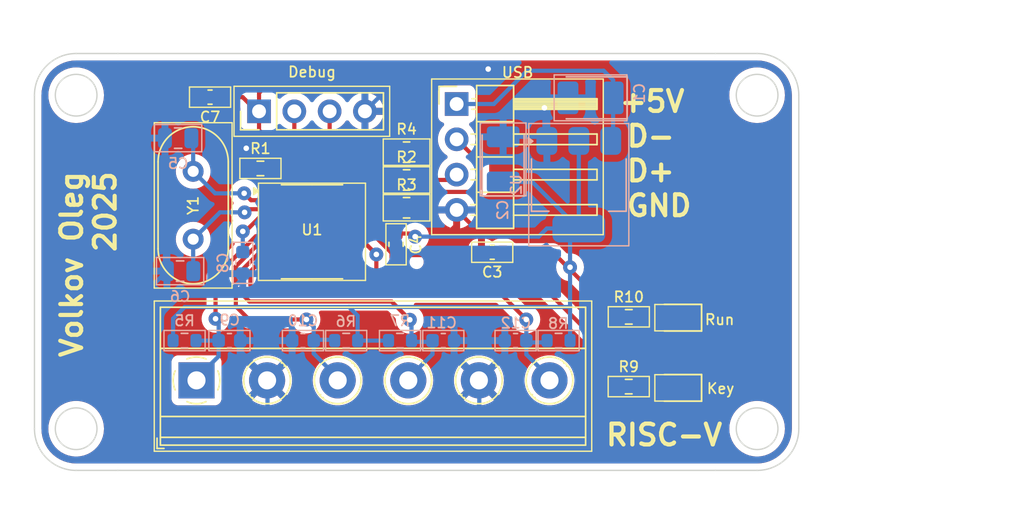
<source format=kicad_pcb>
(kicad_pcb (version 20240108) (generator "pcbnew") (generator_version "8.0")
  (layers (0 "F.Cu" signal) (31 "B.Cu" signal) (34 "B.Paste" user) (35 "F.Paste" user) (36 "B.SilkS" user "B.Silkscreen") (37 "F.SilkS" user "F.Silkscreen") (38 "B.Mask" user) (39 "F.Mask" user) (44 "Edge.Cuts" user))
  (net 0 "")
  (net 1 "+5V")
  (net 2 "GND")
  (net 3 "VDD")
  (net 4 "PD0")
  (net 5 "PD1")
  (net 6 "Net-(U1-NRST)")
  (net 7 "KEY1")
  (net 8 "KEY2")
  (net 9 "KEY3")
  (net 10 "KEY4")
  (net 11 "Net-(D1-A)")
  (net 12 "Net-(D2-A)")
  (net 13 "SWDIO")
  (net 14 "SWCLK")
  (net 15 "Net-(J2-D-)")
  (net 16 "Net-(J2-D+)")
  (net 17 "Net-(U1-BOOT0{slash}PB8)")
  (net 18 "DP")
  (net 19 "DM")
  (net 20 "LED")
  (footprint "Resistor_SMD:R_0603_1608Metric" (layer "F.Cu") (at 66.79 74.94)
    (property "Reference" "R1" (at 0 -1.43 0) (layer "F.SilkS") (effects (font (size 0.75 0.75) (thickness 0.125))))
    (property "Value" "10k")
    (pad "1" smd roundrect (at -0.825 0) (size 0.8 0.95) (layers "F.Cu" "F.Paste" "F.Mask") (net 2 "GND"))
    (pad "2" smd roundrect (at 0.825 0) (size 0.8 0.95) (layers "F.Cu" "F.Paste" "F.Mask") (net 17 "Net-(U1-BOOT0{slash}PB8)"))
  )
  (footprint "Resistor_SMD:R_0603_1608Metric" (layer "F.Cu") (at 93.2975 85.62)
    (property "Reference" "R10" (at 0 -1.43 0) (layer "F.SilkS") (effects (font (size 0.75 0.75) (thickness 0.125))))
    (property "Value" "10k")
    (pad "1" smd roundrect (at -0.825 0) (size 0.8 0.95) (layers "F.Cu" "F.Paste" "F.Mask") (net 3 "VDD"))
    (pad "2" smd roundrect (at 0.825 0) (size 0.8 0.95) (layers "F.Cu" "F.Paste" "F.Mask") (net 12 "Net-(D2-A)"))
  )
  (footprint "Capacitor_SMD:C_0603_1608Metric" (layer "F.Cu") (at 83.47 80.97 180)
    (property "Reference" "C3" (at 0 -1.43 0) (layer "F.SilkS") (effects (font (size 0.75 0.75) (thickness 0.125))))
    (property "Value" "100n")
    (pad "1" smd roundrect (at -0.775 0 180) (size 0.9 0.95) (layers "F.Cu" "F.Paste" "F.Mask") (net 3 "VDD"))
    (pad "2" smd roundrect (at 0.775 0 180) (size 0.9 0.95) (layers "F.Cu" "F.Paste" "F.Mask") (net 2 "GND"))
  )
  (footprint "Capacitor_SMD:C_0603_1608Metric" (layer "F.Cu") (at 76.55 80.4 -90)
    (property "Reference" "C4" (at 0 -1.43 90) (layer "F.SilkS") (effects (font (size 0.75 0.75) (thickness 0.125))))
    (property "Value" "100n")
    (pad "1" smd roundrect (at -0.775 0 270) (size 0.9 0.95) (layers "F.Cu" "F.Paste" "F.Mask") (net 3 "VDD"))
    (pad "2" smd roundrect (at 0.775 0 270) (size 0.9 0.95) (layers "F.Cu" "F.Paste" "F.Mask") (net 2 "GND"))
  )
  (footprint "Diode_SMD:D_0805_2012Metric" (layer "F.Cu") (at 96.8525 85.68 180)
    (property "Reference" "Run" (at -2.98 -0.14 0) (layer "F.SilkS") (effects (font (size 0.75 0.75) (thickness 0.125))))
    (property "Value" "Key")
    (pad "1" smd roundrect (at -0.9375 0 180) (size 0.975 1.4) (layers "F.Cu" "F.Paste" "F.Mask") (net 2 "GND"))
    (pad "2" smd roundrect (at 0.9375 0 180) (size 0.975 1.4) (layers "F.Cu" "F.Paste" "F.Mask") (net 12 "Net-(D2-A)"))
  )
  (footprint "Connector_PinHeader_2.54mm:PinHeader_1x04_P2.54mm_Horizontal" (layer "F.Cu") (at 80.91 70.305)
    (property "Reference" "USB" (at 4.385 -2.27 0) (layer "F.SilkS") (effects (font (size 0.75 0.75) (thickness 0.125))))
    (property "Value" "USB")
    (pad "1" thru_hole rect (at 0 0) (size 1.7 1.7) (drill 1) (layers "*.Cu" "*.Mask") (net 1 "+5V"))
    (pad "2" thru_hole oval (at 0 2.54) (size 1.7 1.7) (drill 1) (layers "*.Cu" "*.Mask") (net 15 "Net-(J2-D-)"))
    (pad "3" thru_hole oval (at 0 5.08) (size 1.7 1.7) (drill 1) (layers "*.Cu" "*.Mask") (net 16 "Net-(J2-D+)"))
    (pad "4" thru_hole oval (at 0 7.62) (size 1.7 1.7) (drill 1) (layers "*.Cu" "*.Mask") (net 2 "GND"))
  )
  (footprint "Resistor_SMD:R_0603_1608Metric" (layer "F.Cu") (at 93.2925 90.64)
    (property "Reference" "R9" (at 0 -1.43 0) (layer "F.SilkS") (effects (font (size 0.75 0.75) (thickness 0.125))))
    (property "Value" "10k")
    (pad "1" smd roundrect (at -0.825 0) (size 0.8 0.95) (layers "F.Cu" "F.Paste" "F.Mask") (net 20 "LED"))
    (pad "2" smd roundrect (at 0.825 0) (size 0.8 0.95) (layers "F.Cu" "F.Paste" "F.Mask") (net 11 "Net-(D1-A)"))
  )
  (footprint "Capacitor_SMD:C_0603_1608Metric" (layer "F.Cu") (at 63.165 69.81 180)
    (property "Reference" "C7" (at 0 -1.43 0) (layer "F.SilkS") (effects (font (size 0.75 0.75) (thickness 0.125))))
    (property "Value" "100n")
    (pad "1" smd roundrect (at -0.775 0 180) (size 0.9 0.95) (layers "F.Cu" "F.Paste" "F.Mask") (net 3 "VDD"))
    (pad "2" smd roundrect (at 0.775 0 180) (size 0.9 0.95) (layers "F.Cu" "F.Paste" "F.Mask") (net 2 "GND"))
  )
  (footprint "Package_SO:TSSOP-20_4.4x6.5mm_P0.65mm" (layer "F.Cu") (at 70.5 79.5)
    (property "Reference" "U1" (at 0 -0.14 0) (layer "F.SilkS") (effects (font (size 0.75 0.75) (thickness 0.125))))
    (property "Value" "CH32V203F6P6")
    (pad "1" smd roundrect (at -2.8625 -2.925) (size 1.475 0.4) (layers "F.Cu" "F.Paste" "F.Mask") (net 17 "Net-(U1-BOOT0{slash}PB8)"))
    (pad "2" smd roundrect (at -2.8625 -2.275) (size 1.475 0.4) (layers "F.Cu" "F.Paste" "F.Mask") (net 4 "PD0"))
    (pad "3" smd roundrect (at -2.8625 -1.625) (size 1.475 0.4) (layers "F.Cu" "F.Paste" "F.Mask") (net 5 "PD1"))
    (pad "4" smd roundrect (at -2.8625 -0.975) (size 1.475 0.4) (layers "F.Cu" "F.Paste" "F.Mask") (net 6 "Net-(U1-NRST)"))
    (pad "5" smd roundrect (at -2.8625 -0.325) (size 1.475 0.4) (layers "F.Cu" "F.Paste" "F.Mask") (net 3 "VDD"))
    (pad "6" smd roundrect (at -2.8625 0.325) (size 1.475 0.4) (layers "F.Cu" "F.Paste" "F.Mask") (net 7 "KEY1"))
    (pad "7" smd roundrect (at -2.8625 0.975) (size 1.475 0.4) (layers "F.Cu" "F.Paste" "F.Mask") (net 8 "KEY2"))
    (pad "8" smd roundrect (at -2.8625 1.625) (size 1.475 0.4) (layers "F.Cu" "F.Paste" "F.Mask") (net 9 "KEY3"))
    (pad "9" smd roundrect (at -2.8625 2.275) (size 1.475 0.4) (layers "F.Cu" "F.Paste" "F.Mask") (net 10 "KEY4"))
    (pad "10" smd roundrect (at -2.8625 2.925) (size 1.475 0.4) (layers "F.Cu" "F.Paste" "F.Mask"))
    (pad "11" smd roundrect (at 2.8625 2.925) (size 1.475 0.4) (layers "F.Cu" "F.Paste" "F.Mask"))
    (pad "12" smd roundrect (at 2.8625 2.275) (size 1.475 0.4) (layers "F.Cu" "F.Paste" "F.Mask"))
    (pad "13" smd roundrect (at 2.8625 1.625) (size 1.475 0.4) (layers "F.Cu" "F.Paste" "F.Mask"))
    (pad "14" smd roundrect (at 2.8625 0.975) (size 1.475 0.4) (layers "F.Cu" "F.Paste" "F.Mask") (net 20 "LED"))
    (pad "15" smd roundrect (at 2.8625 0.325) (size 1.475 0.4) (layers "F.Cu" "F.Paste" "F.Mask") (net 2 "GND"))
    (pad "16" smd roundrect (at 2.8625 -0.325) (size 1.475 0.4) (layers "F.Cu" "F.Paste" "F.Mask") (net 3 "VDD"))
    (pad "17" smd roundrect (at 2.8625 -0.975) (size 1.475 0.4) (layers "F.Cu" "F.Paste" "F.Mask") (net 19 "DM"))
    (pad "18" smd roundrect (at 2.8625 -1.625) (size 1.475 0.4) (layers "F.Cu" "F.Paste" "F.Mask") (net 18 "DP"))
    (pad "19" smd roundrect (at 2.8625 -2.275) (size 1.475 0.4) (layers "F.Cu" "F.Paste" "F.Mask") (net 13 "SWDIO"))
    (pad "20" smd roundrect (at 2.8625 -2.925) (size 1.475 0.4) (layers "F.Cu" "F.Paste" "F.Mask") (net 14 "SWCLK"))
  )
  (footprint "TerminalBlock_Phoenix:TerminalBlock_Phoenix_MKDS-1,5-6-5.08_1x06_P5.08mm_Horizontal" (layer "F.Cu") (at 62.19 90.19)
    (property "Reference" "J3" (hide yes))
    (property "Value" "KEY_IN")
    (pad "1" thru_hole rect (at 0 0) (size 2.6 2.6) (drill 1.3) (layers "*.Cu" "*.Mask") (net 7 "KEY1"))
    (pad "2" thru_hole circle (at 5.08 0) (size 2.6 2.6) (drill 1.3) (layers "*.Cu" "*.Mask") (net 2 "GND"))
    (pad "3" thru_hole circle (at 10.16 0) (size 2.6 2.6) (drill 1.3) (layers "*.Cu" "*.Mask") (net 8 "KEY2"))
    (pad "4" thru_hole circle (at 15.24 0) (size 2.6 2.6) (drill 1.3) (layers "*.Cu" "*.Mask") (net 9 "KEY3"))
    (pad "5" thru_hole circle (at 20.32 0) (size 2.6 2.6) (drill 1.3) (layers "*.Cu" "*.Mask") (net 2 "GND"))
    (pad "6" thru_hole circle (at 25.4 0) (size 2.6 2.6) (drill 1.3) (layers "*.Cu" "*.Mask") (net 10 "KEY4"))
  )
  (footprint "Crystal:Crystal_HC49-U_Vertical" (layer "F.Cu") (at 61.95 75.15 -90)
    (property "Reference" "Y1" (at 2.45 0 90) (layer "F.SilkS") (effects (font (size 0.75 0.75) (thickness 0.125))))
    (property "Value" "8MHz")
    (pad "1" thru_hole circle (at 0 0 270) (size 1.5 1.5) (drill 0.8) (layers "*.Cu" "*.Mask") (net 4 "PD0"))
    (pad "2" thru_hole circle (at 4.88 0 270) (size 1.5 1.5) (drill 0.8) (layers "*.Cu" "*.Mask") (net 5 "PD1"))
  )
  (footprint "Resistor_SMD:R_0805_2012Metric" (layer "F.Cu") (at 77.3075 75.77)
    (property "Reference" "R2" (at 0 -1.65 0) (layer "F.SilkS") (effects (font (size 0.75 0.75) (thickness 0.125))))
    (property "Value" "20")
    (pad "1" smd roundrect (at -0.9125 0) (size 1.025 1.4) (layers "F.Cu" "F.Paste" "F.Mask") (roundrect_rratio 0.243902) (net 18 "DP"))
    (pad "2" smd roundrect (at 0.9125 0) (size 1.025 1.4) (layers "F.Cu" "F.Paste" "F.Mask") (roundrect_rratio 0.243902) (net 16 "Net-(J2-D+)"))
  )
  (footprint "Connector_PinHeader_2.54mm:PinHeader_1x04_P2.54mm_Vertical" (layer "F.Cu") (at 66.69 70.83 90)
    (property "Reference" "Debug" (at 2.83 3.81 180) (layer "F.SilkS") (effects (font (size 0.75 0.75) (thickness 0.125))))
    (property "Value" "Debug")
    (pad "1" thru_hole rect (at 0 0 90) (size 1.7 1.7) (drill 1) (layers "*.Cu" "*.Mask") (net 3 "VDD"))
    (pad "2" thru_hole oval (at 0 2.54 90) (size 1.7 1.7) (drill 1) (layers "*.Cu" "*.Mask") (net 13 "SWDIO"))
    (pad "3" thru_hole oval (at 0 5.08 90) (size 1.7 1.7) (drill 1) (layers "*.Cu" "*.Mask") (net 14 "SWCLK"))
    (pad "4" thru_hole oval (at 0 7.62 90) (size 1.7 1.7) (drill 1) (layers "*.Cu" "*.Mask") (net 2 "GND"))
  )
  (footprint "Resistor_SMD:R_0805_2012Metric" (layer "F.Cu") (at 77.3075 73.77)
    (property "Reference" "R4" (at 0 -1.65 0) (layer "F.SilkS") (effects (font (size 0.75 0.75) (thickness 0.125))))
    (property "Value" "1.5k")
    (pad "1" smd roundrect (at -0.9125 0) (size 1.025 1.4) (layers "F.Cu" "F.Paste" "F.Mask") (roundrect_rratio 0.243902) (net 18 "DP"))
    (pad "2" smd roundrect (at 0.9125 0) (size 1.025 1.4) (layers "F.Cu" "F.Paste" "F.Mask") (roundrect_rratio 0.243902) (net 3 "VDD"))
  )
  (footprint "Diode_SMD:D_0805_2012Metric" (layer "F.Cu") (at 96.8525 90.73 180)
    (property "Reference" "Key" (at -3.051428 -0.05 0) (layer "F.SilkS") (effects (font (size 0.75 0.75) (thickness 0.125))))
    (property "Value" "Key")
    (pad "1" smd roundrect (at -0.9375 0 180) (size 0.975 1.4) (layers "F.Cu" "F.Paste" "F.Mask") (net 2 "GND"))
    (pad "2" smd roundrect (at 0.9375 0 180) (size 0.975 1.4) (layers "F.Cu" "F.Paste" "F.Mask") (net 11 "Net-(D1-A)"))
  )
  (footprint "Resistor_SMD:R_0805_2012Metric" (layer "F.Cu") (at 77.3075 77.77)
    (property "Reference" "R3" (at 0 -1.65 0) (layer "F.SilkS") (effects (font (size 0.75 0.75) (thickness 0.125))))
    (property "Value" "20")
    (pad "1" smd roundrect (at -0.9125 0) (size 1.025 1.4) (layers "F.Cu" "F.Paste" "F.Mask") (roundrect_rratio 0.243902) (net 19 "DM"))
    (pad "2" smd roundrect (at 0.9125 0) (size 1.025 1.4) (layers "F.Cu" "F.Paste" "F.Mask") (roundrect_rratio 0.243902) (net 15 "Net-(J2-D-)"))
  )
  (footprint "Capacitor_Tantalum_SMD:CP_EIA-3528-21_Kemet-B_Pad1.50x2.35mm_HandSolder" (layer "B.Cu") (at 84.255 74.29 90)
    (property "Reference" "C2" (at -3.64 -0.03 90) (layer "B.SilkS") (effects (font (size 0.75 0.75) (thickness 0.125)) (justify mirror)))
    (property "Value" "47uF")
    (pad "1" smd roundrect (at -1.625 0 90) (size 1.5 2.35) (layers "B.Cu" "B.Paste" "B.Mask") (roundrect_rratio 0.166667) (net 3 "VDD"))
    (pad "2" smd roundrect (at 1.625 0 90) (size 1.5 2.35) (layers "B.Cu" "B.Paste" "B.Mask") (roundrect_rratio 0.166667) (net 2 "GND"))
  )
  (footprint "Capacitor_SMD:C_0603_1608Metric" (layer "B.Cu") (at 69.85 87.33 180)
    (property "Reference" "C10" (at 0 1.43 0) (layer "B.SilkS") (effects (font (size 0.75 0.75) (thickness 0.125)) (justify mirror)))
    (property "Value" "100n")
    (pad "1" smd roundrect (at -0.775 0 180) (size 0.9 0.95) (layers "B.Cu" "B.Paste" "B.Mask") (net 8 "KEY2"))
    (pad "2" smd roundrect (at 0.775 0 180) (size 0.9 0.95) (layers "B.Cu" "B.Paste" "B.Mask") (net 2 "GND"))
  )
  (footprint "Resistor_SMD:R_0603_1608Metric" (layer "B.Cu") (at 76.835 87.33 180)
    (property "Reference" "R7" (at 0 1.43 0) (layer "B.SilkS") (effects (font (size 0.75 0.75) (thickness 0.125)) (justify mirror)))
    (property "Value" "10k")
    (pad "1" smd roundrect (at -0.825 0 180) (size 0.8 0.95) (layers "B.Cu" "B.Paste" "B.Mask") (net 9 "KEY3"))
    (pad "2" smd roundrect (at 0.825 0 180) (size 0.8 0.95) (layers "B.Cu" "B.Paste" "B.Mask") (net 3 "VDD"))
  )
  (footprint "Capacitor_SMD:C_0603_1608Metric" (layer "B.Cu") (at 85.15 87.33 180)
    (property "Reference" "C12" (at -0.02 1.26 0) (layer "B.SilkS") (effects (font (size 0.75 0.75) (thickness 0.125)) (justify mirror)))
    (property "Value" "100n")
    (pad "1" smd roundrect (at -0.775 0 180) (size 0.9 0.95) (layers "B.Cu" "B.Paste" "B.Mask") (net 10 "KEY4"))
    (pad "2" smd roundrect (at 0.775 0 180) (size 0.9 0.95) (layers "B.Cu" "B.Paste" "B.Mask") (net 2 "GND"))
  )
  (footprint "Capacitor_SMD:C_0805_2012Metric" (layer "B.Cu") (at 61.01 82.33)
    (property "Reference" "C6" (at 0 1.825 0) (layer "B.SilkS") (effects (font (size 0.75 0.75) (thickness 0.125)) (justify mirror)))
    (property "Value" "30pF")
    (pad "1" smd roundrect (at -0.95 0) (size 1 1.45) (layers "B.Cu" "B.Paste" "B.Mask") (net 2 "GND"))
    (pad "2" smd roundrect (at 0.95 0) (size 1 1.45) (layers "B.Cu" "B.Paste" "B.Mask") (net 5 "PD1"))
  )
  (footprint "Package_TO_SOT_SMD:SOT-223-3_TabPin2" (layer "B.Cu") (at 89.7 76.11 -90)
    (property "Reference" "U2" (at 0 4.5 90) (layer "B.SilkS") (effects (font (size 0.75 0.75) (thickness 0.125)) (justify mirror)))
    (property "Value" "AMS1117-3.3")
    (pad "1" smd roundrect (at -3.15 2.3 270) (size 2 1.5) (layers "B.Cu" "B.Paste" "B.Mask") (net 2 "GND"))
    (pad "2" smd roundrect (at -3.15 0 270) (size 2 1.5) (layers "B.Cu" "B.Paste" "B.Mask") (net 3 "VDD"))
    (pad "2" smd roundrect (at 3.15 0 270) (size 2 3.8) (layers "B.Cu" "B.Paste" "B.Mask") (net 3 "VDD"))
    (pad "3" smd roundrect (at -3.15 -2.3 270) (size 2 1.5) (layers "B.Cu" "B.Paste" "B.Mask") (net 1 "+5V"))
  )
  (footprint "Capacitor_Tantalum_SMD:CP_EIA-3528-21_Kemet-B_Pad1.50x2.35mm_HandSolder" (layer "B.Cu") (at 90.545 69.86 180)
    (property "Reference" "C1" (at -3.52 0.33 90) (layer "B.SilkS") (effects (font (size 0.75 0.75) (thickness 0.125)) (justify mirror)))
    (property "Value" "47uF")
    (pad "1" smd roundrect (at -1.625 0 180) (size 1.5 2.35) (layers "B.Cu" "B.Paste" "B.Mask") (roundrect_rratio 0.166667) (net 1 "+5V"))
    (pad "2" smd roundrect (at 1.625 0 180) (size 1.5 2.35) (layers "B.Cu" "B.Paste" "B.Mask") (roundrect_rratio 0.166667) (net 2 "GND"))
  )
  (footprint "Capacitor_SMD:C_0603_1608Metric" (layer "B.Cu") (at 65.52 81.735 -90)
    (property "Reference" "C8" (at 0 1.43 90) (layer "B.SilkS") (effects (font (size 0.75 0.75) (thickness 0.125)) (justify mirror)))
    (property "Value" "100n")
    (pad "1" smd roundrect (at -0.775 0 270) (size 0.9 0.95) (layers "B.Cu" "B.Paste" "B.Mask") (net 6 "Net-(U1-NRST)"))
    (pad "2" smd roundrect (at 0.775 0 270) (size 0.9 0.95) (layers "B.Cu" "B.Paste" "B.Mask") (net 2 "GND"))
  )
  (footprint "Capacitor_SMD:C_0603_1608Metric" (layer "B.Cu") (at 79.95 87.33)
    (property "Reference" "C11" (at -0.12 -1.28 0) (layer "B.SilkS") (effects (font (size 0.75 0.75) (thickness 0.125)) (justify mirror)))
    (property "Value" "100n")
    (pad "1" smd roundrect (at -0.775 0) (size 0.9 0.95) (layers "B.Cu" "B.Paste" "B.Mask") (net 9 "KEY3"))
    (pad "2" smd roundrect (at 0.775 0) (size 0.9 0.95) (layers "B.Cu" "B.Paste" "B.Mask") (net 2 "GND"))
  )
  (footprint "Capacitor_SMD:C_0805_2012Metric" (layer "B.Cu") (at 60.87 72.76)
    (property "Reference" "C5" (at 0 1.825 0) (layer "B.SilkS") (effects (font (size 0.75 0.75) (thickness 0.125)) (justify mirror)))
    (property "Value" "30pF")
    (pad "1" smd roundrect (at -0.95 0) (size 1 1.45) (layers "B.Cu" "B.Paste" "B.Mask") (net 2 "GND"))
    (pad "2" smd roundrect (at 0.95 0) (size 1 1.45) (layers "B.Cu" "B.Paste" "B.Mask") (net 4 "PD0"))
  )
  (footprint "Resistor_SMD:R_0603_1608Metric" (layer "B.Cu") (at 72.96 87.33)
    (property "Reference" "R6" (at -0.02 -1.38 0) (layer "B.SilkS") (effects (font (size 0.75 0.75) (thickness 0.125)) (justify mirror)))
    (property "Value" "10k")
    (pad "1" smd roundrect (at -0.825 0) (size 0.8 0.95) (layers "B.Cu" "B.Paste" "B.Mask") (net 8 "KEY2"))
    (pad "2" smd roundrect (at 0.825 0) (size 0.8 0.95) (layers "B.Cu" "B.Paste" "B.Mask") (net 3 "VDD"))
  )
  (footprint "Capacitor_SMD:C_0603_1608Metric" (layer "B.Cu") (at 64.56 87.33)
    (property "Reference" "C9" (at 0.02 -1.48 0) (layer "B.SilkS") (effects (font (size 0.75 0.75) (thickness 0.125)) (justify mirror)))
    (property "Value" "100n")
    (pad "1" smd roundrect (at -0.775 0) (size 0.9 0.95) (layers "B.Cu" "B.Paste" "B.Mask") (net 7 "KEY1"))
    (pad "2" smd roundrect (at 0.775 0) (size 0.9 0.95) (layers "B.Cu" "B.Paste" "B.Mask") (net 2 "GND"))
  )
  (footprint "Resistor_SMD:R_0603_1608Metric" (layer "B.Cu") (at 61.33 87.33 180)
    (property "Reference" "R5" (at 0 1.43 0) (layer "B.SilkS") (effects (font (size 0.75 0.75) (thickness 0.125)) (justify mirror)))
    (property "Value" "10k")
    (pad "1" smd roundrect (at -0.825 0 180) (size 0.8 0.95) (layers "B.Cu" "B.Paste" "B.Mask") (net 7 "KEY1"))
    (pad "2" smd roundrect (at 0.825 0 180) (size 0.8 0.95) (layers "B.Cu" "B.Paste" "B.Mask") (net 3 "VDD"))
  )
  (footprint "Resistor_SMD:R_0603_1608Metric" (layer "B.Cu") (at 88.245 87.33)
    (property "Reference" "R8" (at -0.025 -1.23 0) (layer "B.SilkS") (effects (font (size 0.75 0.75) (thickness 0.125)) (justify mirror)))
    (property "Value" "10k")
    (pad "1" smd roundrect (at -0.825 0) (size 0.8 0.95) (layers "B.Cu" "B.Paste" "B.Mask") (net 10 "KEY4"))
    (pad "2" smd roundrect (at 0.825 0) (size 0.8 0.95) (layers "B.Cu" "B.Paste" "B.Mask") (net 3 "VDD"))
  )
  (gr_line (start 99.53 96.67) (end 102.53 96.67) (stroke (width 0.1)) (layer "Edge.Cuts"))
  (gr_circle (center 78.03 81.67) (end 78.04 81.67) (stroke (width 0.0001)) (fill solid) (layer "Edge.Cuts"))
  (gr_circle (center 102.53 69.67) (end 104.03 69.67) (stroke (width 0.1)) (fill none) (layer "Edge.Cuts"))
  (gr_line (start 105.53 93.67) (end 105.53 69.67) (stroke (width 0.1)) (layer "Edge.Cuts"))
  (gr_line (start 102.53 66.67) (end 99.53 66.67) (stroke (width 0.1)) (layer "Edge.Cuts"))
  (gr_line (start 56.53 96.67) (end 99.53 96.67) (stroke (width 0.1)) (layer "Edge.Cuts"))
  (gr_line (start 99.53 66.67) (end 56.53 66.67) (stroke (width 0.1)) (layer "Edge.Cuts"))
  (gr_arc (start 50.53 69.67) (mid 51.40868 67.54868) (end 53.53 66.67) (stroke (width 0.1)) (layer "Edge.Cuts"))
  (gr_circle (center 53.53 93.67) (end 55.03 93.67) (stroke (width 0.1)) (fill none) (layer "Edge.Cuts"))
  (gr_arc (start 105.53 93.67) (mid 104.65132 95.79132) (end 102.53 96.67) (stroke (width 0.1)) (layer "Edge.Cuts"))
  (gr_line (start 50.53 69.67) (end 50.53 93.67) (stroke (width 0.1)) (layer "Edge.Cuts"))
  (gr_line (start 56.53 96.67) (end 53.53 96.67) (stroke (width 0.1)) (layer "Edge.Cuts"))
  (gr_circle (center 53.53 69.67) (end 55.03 69.67) (stroke (width 0.1)) (fill none) (layer "Edge.Cuts"))
  (gr_arc (start 53.53 96.67) (mid 51.40868 95.79132) (end 50.53 93.67) (stroke (width 0.1)) (layer "Edge.Cuts"))
  (gr_arc (start 102.53 66.67) (mid 104.65132 67.54868) (end 105.53 69.67) (stroke (width 0.1)) (layer "Edge.Cuts"))
  (gr_circle (center 102.53 93.67) (end 104.03 93.67) (stroke (width 0.1)) (fill none) (layer "Edge.Cuts"))
  (gr_line (start 56.53 66.67) (end 53.53 66.67) (stroke (width 0.1)) (layer "Edge.Cuts"))
  (gr_text "Volkov Oleg\n2025" (at 56.5 75 90) (layer "F.SilkS") (effects (font (size 1.5 1.5) (thickness 0.3) (bold yes)) (justify right bottom)))
  (gr_text "RISC-V" (at 91.5 95 0) (layer "F.SilkS") (effects (font (size 1.5 1.5) (thickness 0.3) (bold yes)) (justify left bottom)))
  (gr_text "D+" (at 93 76 0) (layer "F.SilkS") (effects (font (size 1.5 1.5) (thickness 0.3) (bold yes)) (justify left bottom)))
  (gr_text "GND" (at 93 78.5 0) (layer "F.SilkS") (effects (font (size 1.5 1.5) (thickness 0.3) (bold yes)) (justify left bottom)))
  (gr_text "+5V" (at 92.5 71 0) (layer "F.SilkS") (effects (font (size 1.5 1.5) (thickness 0.3) (bold yes)) (justify left bottom)))
  (gr_text "D-" (at 93 73.5 0) (layer "F.SilkS") (effects (font (size 1.5 1.5) (thickness 0.3) (bold yes)) (justify left bottom)))
  (segment (start 92.17 69.86) (end 92.17 72.79) (width 0.3) (layer "B.Cu") (net 1))
  (segment (start 83.585 70.305) (end 85.98 67.91) (width 0.3) (layer "B.Cu") (net 1))
  (segment (start 92.17 72.79) (end 92 72.96) (width 0.3) (layer "B.Cu") (net 1))
  (segment (start 91.49 67.91) (end 92.17 68.59) (width 0.3) (layer "B.Cu") (net 1))
  (segment (start 80.91 70.305) (end 83.585 70.305) (width 0.3) (layer "B.Cu") (net 1))
  (segment (start 85.98 67.91) (end 91.49 67.91) (width 0.3) (layer "B.Cu") (net 1))
  (segment (start 92.275 69.965) (end 92.17 69.86) (width 0.3) (layer "B.Cu") (net 1))
  (segment (start 92.17 68.59) (end 92.17 69.86) (width 0.3) (layer "B.Cu") (net 1))
  (segment (start 65.965 73.685) (end 65.77 73.49) (width 0.3) (layer "F.Cu") (net 2))
  (segment (start 87.225 73.495) (end 87.225 70.58) (width 0.3) (layer "F.Cu") (net 2))
  (segment (start 64.86 73.49) (end 65.77 73.49) (width 0.3) (layer "F.Cu") (net 2))
  (segment (start 82.695 80.97) (end 82.695 79.71) (width 0.3) (layer "F.Cu") (net 2))
  (segment (start 80.91 77.925) (end 82.795 77.925) (width 0.3) (layer "F.Cu") (net 2))
  (segment (start 62.39 71.02) (end 64.86 73.49) (width 0.3) (layer "F.Cu") (net 2))
  (segment (start 97.79 80.39) (end 93.65 76.25) (width 0.3) (layer "F.Cu") (net 2))
  (segment (start 85.97 70.58) (end 83.18 67.79) (width 0.3) (layer "F.Cu") (net 2))
  (segment (start 78.715 81.175) (end 80.91 78.98) (width 0.3) (layer "F.Cu") (net 2))
  (segment (start 87.225 70.58) (end 85.97 70.58) (width 0.3) (layer "F.Cu") (net 2))
  (segment (start 80.91 78.98) (end 80.91 77.925) (width 0.3) (layer "F.Cu") (net 2))
  (segment (start 82.795 77.925) (end 87.225 73.495) (width 0.3) (layer "F.Cu") (net 2))
  (segment (start 93.65 76.25) (end 92.895 76.25) (width 0.3) (layer "F.Cu") (net 2))
  (segment (start 97.79 85.68) (end 97.79 90.73) (width 0.3) (layer "F.Cu") (net 2))
  (segment (start 97.79 85.68) (end 97.79 80.39) (width 0.3) (layer "F.Cu") (net 2))
  (segment (start 62.39 69.81) (end 62.39 71.02) (width 0.3) (layer "F.Cu") (net 2))
  (segment (start 76.55 81.175) (end 78.715 81.175) (width 0.3) (layer "F.Cu") (net 2))
  (segment (start 65.965 74.94) (end 65.965 73.685) (width 0.3) (layer "F.Cu") (net 2))
  (segment (start 92.895 76.25) (end 87.225 70.58) (width 0.3) (layer "F.Cu") (net 2))
  (segment (start 75.03 79.825) (end 76.37 81.165) (width 0.3) (layer "F.Cu") (net 2))
  (segment (start 82.695 79.71) (end 80.91 77.925) (width 0.3) (layer "F.Cu") (net 2))
  (segment (start 73.3625 79.825) (end 75.03 79.825) (width 0.3) (layer "F.Cu") (net 2))
  (via (at 83.18 67.79) (size 1) (drill 0.4) (layers "F.Cu" "B.Cu") (net 2))
  (via (at 65.77 73.49) (size 1) (drill 0.4) (layers "F.Cu" "B.Cu") (net 2))
  (via (at 87.225 70.58) (size 1) (drill 0.4) (layers "F.Cu" "B.Cu") (net 2))
  (segment (start 63.57 71.29) (end 63.56 71.29) (width 0.3) (layer "B.Cu") (net 2))
  (segment (start 68.14 92.9) (end 81.62 92.9) (width 0.3) (layer "B.Cu") (net 2))
  (segment (start 87.225 72.785) (end 87.4 72.96) (width 0.3) (layer "B.Cu") (net 2))
  (segment (start 60.55 84.03) (end 64.34 84.03) (width 0.3) (layer "B.Cu") (net 2))
  (segment (start 58.99 91.26) (end 58.99 83.4) (width 0.3) (layer "B.Cu") (net 2))
  (segment (start 87.225 70.25) (end 87.225 70.58) (width 0.3) (layer "B.Cu") (net 2))
  (segment (start 63.56 71.29) (end 63.46 71.19) (width 0.3) (layer "B.Cu") (net 2))
  (segment (start 69.075 88.245) (end 67.3 90.02) (width 0.3) (layer "B.Cu") (net 2))
  (segment (start 84.255 72.665) (end 87.105 72.665) (width 0.3) (layer "B.Cu") (net 2))
  (segment (start 82.54 90.02) (end 80.725 88.205) (width 0.3) (layer "B.Cu") (net 2))
  (segment (start 88.92 69.86) (end 87.615 69.86) (width 0.3) (layer "B.Cu") (net 2))
  (segment (start 67.3 90.02) (end 65.335 88.055) (width 0.3) (layer "B.Cu") (net 2))
  (segment (start 69.075 87.27) (end 69.075 88.245) (width 0.3) (layer "B.Cu") (net 2))
  (segment (start 65.335 88.055) (end 65.335 87.35) (width 0.3) (layer "B.Cu") (net 2))
  (segment (start 65.77 73.49) (end 63.57 71.29) (width 0.3) (layer "B.Cu") (net 2))
  (segment (start 87.105 72.665) (end 87.4 72.96) (width 0.3) (layer "B.Cu") (net 2))
  (segment (start 60.63 92.9) (end 58.99 91.26) (width 0.3) (layer "B.Cu") (net 2))
  (segment (start 63.46 71.19) (end 60.58 71.19) (width 0.3) (layer "B.Cu") (net 2))
  (segment (start 60.58 71.19) (end 59.92 71.85) (width 0.3) (layer "B.Cu") (net 2))
  (segment (start 65.77 73.49) (end 73.49 73.49) (width 0.3) (layer "B.Cu") (net 2))
  (segment (start 82.54 91.98) (end 82.54 90.02) (width 0.3) (layer "B.Cu") (net 2))
  (segment (start 73.49 73.49) (end 74.31 72.67) (width 0.3) (layer "B.Cu") (net 2))
  (segment (start 87.225 70.58) (end 87.225 72.785) (width 0.3) (layer "B.Cu") (net 2))
  (segment (start 59.92 82.19) (end 60.06 82.33) (width 0.2) (layer "B.Cu") (net 2))
  (segment (start 60.06 82.33) (end 60.06 83.54) (width 0.3) (layer "B.Cu") (net 2))
  (segment (start 68.14 92.9) (end 60.63 92.9) (width 0.3) (layer "B.Cu") (net 2))
  (segment (start 59.92 72.76) (end 59.92 82.19) (width 0.3) (layer "B.Cu") (net 2))
  (segment (start 67.3 92.06) (end 68.14 92.9) (width 0.3) (layer "B.Cu") (net 2))
  (segment (start 82.54 90.02) (end 84.375 88.185) (width 0.3) (layer "B.Cu") (net 2))
  (segment (start 74.31 72.67) (end 74.31 70.83) (width 0.3) (layer "B.Cu") (net 2))
  (segment (start 77.35 67.79) (end 83.18 67.79) (width 0.3) (layer "B.Cu") (net 2))
  (segment (start 80.725 88.205) (end 80.725 87.41) (width 0.3) (layer "B.Cu") (net 2))
  (segment (start 84.375 88.185) (end 84.375 87.46) (width 0.3) (layer "B.Cu") (net 2))
  (segment (start 81.62 92.9) (end 82.54 91.98) (width 0.3) (layer "B.Cu") (net 2))
  (segment (start 65.52 82.85) (end 65.52 82.51) (width 0.2) (layer "B.Cu") (net 2))
  (segment (start 87.615 69.86) (end 87.225 70.25) (width 0.3) (layer "B.Cu") (net 2))
  (segment (start 64.34 84.03) (end 65.52 82.85) (width 0.3) (layer "B.Cu") (net 2))
  (segment (start 58.99 83.4) (end 60.06 82.33) (width 0.3) (layer "B.Cu") (net 2))
  (segment (start 60.06 72.9) (end 59.92 72.76) (width 0.2) (layer "B.Cu") (net 2))
  (segment (start 59.92 71.85) (end 59.92 72.76) (width 0.3) (layer "B.Cu") (net 2))
  (segment (start 60.06 83.54) (end 60.55 84.03) (width 0.3) (layer "B.Cu") (net 2))
  (segment (start 67.3 90.02) (end 67.3 92.06) (width 0.3) (layer "B.Cu") (net 2))
  (segment (start 74.31 70.83) (end 77.35 67.79) (width 0.3) (layer "B.Cu") (net 2))
  (segment (start 66.69 70.83) (end 66.69 69.51) (width 0.3) (layer "F.Cu") (net 3))
  (segment (start 69.19 74.69) (end 66.69 72.19) (width 0.3) (layer "F.Cu") (net 3))
  (segment (start 67.63 68.57) (end 76.14 68.57) (width 0.3) (layer "F.Cu") (net 3))
  (segment (start 76.14 68.57) (end 78.22 70.65) (width 0.3) (layer "F.Cu") (net 3))
  (segment (start 76.55 79.625) (end 77.695 79.625) (width 0.3) (layer "F.Cu") (net 3))
  (segment (start 67.6375 79.175) (end 68.675 79.175) (width 0.3) (layer "F.Cu") (net 3))
  (segment (start 84.245 80.97) (end 87.8225 80.97) (width 0.3) (layer "F.Cu") (net 3))
  (segment (start 66.53 70.83) (end 65.51 69.81) (width 0.3) (layer "F.Cu") (net 3))
  (segment (start 87.8225 80.97) (end 92.4725 85.62) (width 0.3) (layer "F.Cu") (net 3))
  (segment (start 77.695 79.625) (end 77.92 79.85) (width 0.3) (layer "F.Cu") (net 3))
  (segment (start 75.93 79.175) (end 76.37 79.615) (width 0.3) (layer "F.Cu") (net 3))
  (segment (start 73.3625 79.175) (end 67.6375 79.175) (width 0.3) (layer "F.Cu") (net 3))
  (segment (start 66.69 72.19) (end 66.69 70.83) (width 0.3) (layer "F.Cu") (net 3))
  (segment (start 73.3625 79.175) (end 75.93 79.175) (width 0.3) (layer "F.Cu") (net 3))
  (segment (start 69.19 78.66) (end 69.19 74.69) (width 0.3) (layer "F.Cu") (net 3))
  (segment (start 65.51 69.81) (end 63.94 69.81) (width 0.3) (layer "F.Cu") (net 3))
  (segment (start 66.69 69.51) (end 67.63 68.57) (width 0.3) (layer "F.Cu") (net 3))
  (segment (start 68.675 79.175) (end 69.19 78.66) (width 0.3) (layer "F.Cu") (net 3))
  (segment (start 78.22 70.65) (end 78.22 73.77) (width 0.3) (layer "F.Cu") (net 3))
  (segment (start 76.3 79.685) (end 76.37 79.615) (width 0.3) (layer "F.Cu") (net 3))
  (segment (start 66.69 70.83) (end 66.53 70.83) (width 0.3) (layer "F.Cu") (net 3))
  (via (at 89.07 82.05) (size 1) (drill 0.4) (layers "F.Cu" "B.Cu") (net 3))
  (via (at 77.92 79.85) (size 1) (drill 0.4) (layers "F.Cu" "B.Cu") (net 3))
  (segment (start 89.02 84.91) (end 89.07 84.86) (width 0.3) (layer "B.Cu") (net 3))
  (segment (start 86.81 79.85) (end 87.4 79.26) (width 0.3) (layer "B.Cu") (net 3))
  (segment (start 61.34 84.91) (end 73.16 84.91) (width 0.3) (layer "B.Cu") (net 3))
  (segment (start 89.7 72.96) (end 89.7 79.26) (width 0.3) (layer "B.Cu") (net 3))
  (segment (start 89.07 82.05) (end 89.07 79.89) (width 0.3) (layer "B.Cu") (net 3))
  (segment (start 77.92 79.85) (end 86.81 79.85) (width 0.3) (layer "B.Cu") (net 3))
  (segment (start 87.4 79.26) (end 89.7 79.26) (width 0.3) (layer "B.Cu") (net 3))
  (segment (start 73.785 85.535) (end 73.785 87.33) (width 0.3) (layer "B.Cu") (net 3))
  (segment (start 89.07 79.89) (end 89.7 79.26) (width 0.3) (layer "B.Cu") (net 3))
  (segment (start 73.16 84.91) (end 89.02 84.91) (width 0.3) (layer "B.Cu") (net 3))
  (segment (start 60.505 87.33) (end 60.505 85.745) (width 0.3) (layer "B.Cu") (net 3))
  (segment (start 84.255 75.915) (end 86.355 75.915) (width 0.3) (layer "B.Cu") (net 3))
  (segment (start 89.07 84.86) (end 89.07 82.05) (width 0.3) (layer "B.Cu") (net 3))
  (segment (start 76.01 87.33) (end 73.785 87.33) (width 0.3) (layer "B.Cu") (net 3))
  (segment (start 60.505 85.745) (end 61.34 84.91) (width 0.3) (layer "B.Cu") (net 3))
  (segment (start 86.355 75.915) (end 89.7 79.26) (width 0.3) (layer "B.Cu") (net 3))
  (segment (start 89.07 87.33) (end 89.07 84.86) (width 0.3) (layer "B.Cu") (net 3))
  (segment (start 73.16 84.91) (end 73.785 85.535) (width 0.3) (layer "B.Cu") (net 3))
  (segment (start 65.62 76.73) (end 66.115 77.225) (width 0.3) (layer "F.Cu") (net 4))
  (segment (start 66.115 77.225) (end 67.6375 77.225) (width 0.3) (layer "F.Cu") (net 4))
  (via (at 65.62 76.73) (size 1) (drill 0.4) (layers "F.Cu" "B.Cu") (net 4))
  (segment (start 63.53 76.73) (end 61.95 75.15) (width 0.3) (layer "B.Cu") (net 4))
  (segment (start 61.95 75.15) (end 61.95 74.9) (width 0.2) (layer "B.Cu") (net 4))
  (segment (start 61.95 74.9) (end 61.82 74.77) (width 0.2) (layer "B.Cu") (net 4))
  (segment (start 61.95 75.15) (end 61.95 72.89) (width 0.3) (layer "B.Cu") (net 4))
  (segment (start 61.95 72.89) (end 61.82 72.76) (width 0.2) (layer "B.Cu") (net 4))
  (segment (start 65.62 76.73) (end 63.53 76.73) (width 0.3) (layer "B.Cu") (net 4))
  (segment (start 65.875 77.875) (end 67.6375 77.875) (width 0.3) (layer "F.Cu") (net 5))
  (segment (start 65.65 78.1) (end 65.875 77.875) (width 0.2) (layer "F.Cu") (net 5))
  (via (at 65.65 78.1) (size 1) (drill 0.4) (layers "F.Cu" "B.Cu") (net 5))
  (segment (start 65.65 78.1) (end 63.88 78.1) (width 0.3) (layer "B.Cu") (net 5))
  (segment (start 63.88 78.1) (end 61.95 80.03) (width 0.3) (layer "B.Cu") (net 5))
  (segment (start 61.95 82.32) (end 61.96 82.33) (width 0.3) (layer "B.Cu") (net 5))
  (segment (start 61.95 80.03) (end 61.95 82.32) (width 0.3) (layer "B.Cu") (net 5))
  (segment (start 67.6375 78.525) (end 66.655 78.525) (width 0.3) (layer "F.Cu") (net 6))
  (segment (start 66.655 78.525) (end 66.06 79.12) (width 0.3) (layer "F.Cu") (net 6))
  (segment (start 66.06 79.12) (end 65.71 79.47) (width 0.3) (layer "F.Cu") (net 6))
  (segment (start 65.71 79.47) (end 65.52 79.47) (width 0.3) (layer "F.Cu") (net 6))
  (via (at 65.52 79.47) (size 1) (drill 0.4) (layers "F.Cu" "B.Cu") (net 6))
  (segment (start 65.52 79.47) (end 65.52 80.96) (width 0.3) (layer "B.Cu") (net 6))
  (segment (start 63.56 82.72) (end 63.56 85.76) (width 0.3) (layer "F.Cu") (net 7))
  (segment (start 66.455 79.825) (end 65.73 80.55) (width 0.3) (layer "F.Cu") (net 7))
  (segment (start 67.6375 79.825) (end 66.455 79.825) (width 0.3) (layer "F.Cu") (net 7))
  (segment (start 65.73 80.55) (end 63.56 82.72) (width 0.3) (layer "F.Cu") (net 7))
  (via (at 63.56 85.76) (size 1) (drill 0.4) (layers "F.Cu" "B.Cu") (net 7))
  (segment (start 63.785 87.33) (end 63.785 85.985) (width 0.3) (layer "B.Cu") (net 7))
  (segment (start 63.765 87.33) (end 63.785 87.35) (width 0.3) (layer "B.Cu") (net 7))
  (segment (start 63.785 87.35) (end 63.785 88.455) (width 0.3) (layer "B.Cu") (net 7))
  (segment (start 63.785 85.985) (end 63.56 85.76) (width 0.3) (layer "B.Cu") (net 7))
  (segment (start 62.155 87.33) (end 63.765 87.33) (width 0.3) (layer "B.Cu") (net 7))
  (segment (start 63.785 88.455) (end 62.22 90.02) (width 0.3) (layer "B.Cu") (net 7))
  (segment (start 65.02 84.86) (end 65.97 85.81) (width 0.3) (layer "F.Cu") (net 8))
  (segment (start 65.97 85.81) (end 70.1 85.81) (width 0.3) (layer "F.Cu") (net 8))
  (segment (start 67.6375 80.475) (end 66.535 80.475) (width 0.3) (layer "F.Cu") (net 8))
  (segment (start 66.535 80.475) (end 66.35 80.66) (width 0.3) (layer "F.Cu") (net 8))
  (segment (start 65.02 81.99) (end 65.02 84.86) (width 0.3) (layer "F.Cu") (net 8))
  (segment (start 66.35 80.66) (end 65.02 81.99) (width 0.3) (layer "F.Cu") (net 8))
  (via (at 70.1 85.81) (size 1) (drill 0.4) (layers "F.Cu" "B.Cu") (net 8))
  (segment (start 70.625 87.33) (end 70.625 86.335) (width 0.3) (layer "B.Cu") (net 8))
  (segment (start 70.625 87.27) (end 72.125 87.27) (width 0.3) (layer "B.Cu") (net 8))
  (segment (start 72.125 87.27) (end 72.135 87.28) (width 0.3) (layer "B.Cu") (net 8))
  (segment (start 70.625 88.265) (end 72.38 90.02) (width 0.3) (layer "B.Cu") (net 8))
  (segment (start 70.625 86.335) (end 70.1 85.81) (width 0.3) (layer "B.Cu") (net 8))
  (segment (start 70.625 87.27) (end 70.625 88.265) (width 0.3) (layer "B.Cu") (net 8))
  (segment (start 65.53 84.05) (end 65.93 84.45) (width 0.3) (layer "F.Cu") (net 9))
  (segment (start 65.53 82.187106) (end 65.53 83.66) (width 0.3) (layer "F.Cu") (net 9))
  (segment (start 66 84.52) (end 76.23 84.52) (width 0.3) (layer "F.Cu") (net 9))
  (segment (start 65.93 84.45) (end 66 84.52) (width 0.3) (layer "F.Cu") (net 9))
  (segment (start 76.23 84.52) (end 77.54 85.83) (width 0.3) (layer "F.Cu") (net 9))
  (segment (start 67.6375 81.125) (end 66.592106 81.125) (width 0.3) (layer "F.Cu") (net 9))
  (segment (start 65.53 83.66) (end 65.53 84.05) (width 0.3) (layer "F.Cu") (net 9))
  (segment (start 66.592106 81.125) (end 66.307106 81.41) (width 0.3) (layer "F.Cu") (net 9))
  (segment (start 66.307106 81.41) (end 65.53 82.187106) (width 0.3) (layer "F.Cu") (net 9))
  (via (at 77.54 85.83) (size 1) (drill 0.4) (layers "F.Cu" "B.Cu") (net 9))
  (segment (start 77.66 85.95) (end 77.54 85.83) (width 0.3) (layer "B.Cu") (net 9))
  (segment (start 77.66 87.42) (end 79.165 87.42) (width 0.3) (layer "B.Cu") (net 9))
  (segment (start 79.165 87.42) (end 79.175 87.41) (width 0.3) (layer "B.Cu") (net 9))
  (segment (start 79.175 87.41) (end 79.175 88.305) (width 0.3) (layer "B.Cu") (net 9))
  (segment (start 79.175 88.305) (end 77.46 90.02) (width 0.3) (layer "B.Cu") (net 9))
  (segment (start 77.66 87.33) (end 77.66 85.95) (width 0.3) (layer "B.Cu") (net 9))
  (segment (start 84.07 83.96) (end 85.92 85.81) (width 0.3) (layer "F.Cu") (net 10))
  (segment (start 66.07 82.354212) (end 66.07 83.34) (width 0.3) (layer "F.Cu") (net 10))
  (segment (start 66.267106 82.157106) (end 66.07 82.354212) (width 0.3) (layer "F.Cu") (net 10))
  (segment (start 66.07 83.34) (end 66.69 83.96) (width 0.3) (layer "F.Cu") (net 10))
  (segment (start 66.69 83.96) (end 71.57 83.96) (width 0.3) (layer "F.Cu") (net 10))
  (segment (start 67.6375 81.775) (end 66.649212 81.775) (width 0.3) (layer "F.Cu") (net 10))
  (segment (start 71.57 83.96) (end 84.07 83.96) (width 0.3) (layer "F.Cu") (net 10))
  (segment (start 66.649212 81.775) (end 66.267106 82.157106) (width 0.3) (layer "F.Cu") (net 10))
  (via (at 85.92 85.81) (size 1) (drill 0.4) (layers "F.Cu" "B.Cu") (net 10))
  (segment (start 85.925 87.33) (end 85.925 85.815) (width 0.3) (layer "B.Cu") (net 10))
  (segment (start 85.925 88.325) (end 87.62 90.02) (width 0.3) (layer "B.Cu") (net 10))
  (segment (start 85.925 85.815) (end 85.92 85.81) (width 0.3) (layer "B.Cu") (net 10))
  (segment (start 87.38 87.46) (end 87.42 87.42) (width 0.3) (layer "B.Cu") (net 10))
  (segment (start 85.925 87.46) (end 85.925 88.325) (width 0.3) (layer "B.Cu") (net 10))
  (segment (start 85.925 87.46) (end 87.38 87.46) (width 0.3) (layer "B.Cu") (net 10))
  (segment (start 95.915 90.73) (end 94.2075 90.73) (width 0.3) (layer "F.Cu") (net 11))
  (segment (start 94.2075 90.73) (end 94.1175 90.64) (width 0.3) (layer "F.Cu") (net 11))
  (segment (start 95.915 85.68) (end 94.1825 85.68) (width 0.3) (layer "F.Cu") (net 12))
  (segment (start 94.1825 85.68) (end 94.1225 85.62) (width 0.3) (layer "F.Cu") (net 12))
  (segment (start 71.945 77.225) (end 70.59 75.87) (width 0.3) (layer "F.Cu") (net 13))
  (segment (start 70.59 74.39) (end 69.23 73.03) (width 0.3) (layer "F.Cu") (net 13))
  (segment (start 70.59 75.87) (end 70.59 74.39) (width 0.3) (layer "F.Cu") (net 13))
  (segment (start 69.23 73.03) (end 69.23 70.83) (width 0.3) (layer "F.Cu") (net 13))
  (segment (start 73.3625 77.225) (end 71.945 77.225) (width 0.3) (layer "F.Cu") (net 13))
  (segment (start 72.595 76.575) (end 71.77 75.75) (width 0.3) (layer "F.Cu") (net 14))
  (segment (start 71.77 75.75) (end 71.77 70.83) (width 0.3) (layer "F.Cu") (net 14))
  (segment (start 73.3625 76.575) (end 72.595 76.575) (width 0.3) (layer "F.Cu") (net 14))
  (segment (start 82.31 76.63) (end 82.6 76.34) (width 0.3) (layer "F.Cu") (net 15))
  (segment (start 82.6 76.34) (end 82.6 74.535) (width 0.3) (layer "F.Cu") (net 15))
  (segment (start 79.36 76.63) (end 82.31 76.63) (width 0.3) (layer "F.Cu") (net 15))
  (segment (start 78.22 77.77) (end 79.36 76.63) (width 0.3) (layer "F.Cu") (net 15))
  (segment (start 82.6 74.535) (end 80.91 72.845) (width 0.3) (layer "F.Cu") (net 15))
  (segment (start 80.525 75.77) (end 80.91 75.385) (width 0.3) (layer "F.Cu") (net 16))
  (segment (start 78.22 75.77) (end 80.525 75.77) (width 0.3) (layer "F.Cu") (net 16))
  (segment (start 67.6375 74.9625) (end 67.615 74.94) (width 0.3) (layer "F.Cu") (net 17))
  (segment (start 67.6375 76.575) (end 67.6375 74.9625) (width 0.3) (layer "F.Cu") (net 17))
  (segment (start 73.3625 77.875) (end 74.775 77.875) (width 0.3) (layer "F.Cu") (net 18))
  (segment (start 75.05 76.53) (end 75.81 75.77) (width 0.3) (layer "F.Cu") (net 18))
  (segment (start 76.395 75.77) (end 76.395 73.77) (width 0.3) (layer "F.Cu") (net 18))
  (segment (start 75.81 75.77) (end 76.395 75.77) (width 0.3) (layer "F.Cu") (net 18))
  (segment (start 75.05 77.6) (end 75.05 76.53) (width 0.3) (layer "F.Cu") (net 18))
  (segment (start 74.775 77.875) (end 75.05 77.6) (width 0.3) (layer "F.Cu") (net 18))
  (segment (start 75.64 78.525) (end 76.395 77.77) (width 0.3) (layer "F.Cu") (net 19))
  (segment (start 73.3625 78.525) (end 75.64 78.525) (width 0.3) (layer "F.Cu") (net 19))
  (segment (start 92.4675 88.8075) (end 92.4675 90.64) (width 0.3) (layer "F.Cu") (net 20))
  (segment (start 86.61 82.95) (end 92.4675 88.8075) (width 0.3) (layer "F.Cu") (net 20))
  (segment (start 75.81 82.95) (end 86.61 82.95) (width 0.3) (layer "F.Cu") (net 20))
  (segment (start 75.131459 81.128541) (end 75.131459 82.271459) (width 0.3) (layer "F.Cu") (net 20))
  (segment (start 75.131459 82.271459) (end 75.81 82.95) (width 0.3) (layer "F.Cu") (net 20))
  (segment (start 74.477918 80.475) (end 73.3625 80.475) (width 0.3) (layer "F.Cu") (net 20))
  (segment (start 75.131459 81.128541) (end 74.477918 80.475) (width 0.3) (layer "F.Cu") (net 20))
  (via (at 75.131459 81.128541) (size 1) (drill 0.4) (layers "F.Cu" "B.Cu") (net 20))
  (zone (net 2) (net_name "GND") (layers "F&B.Cu") (connect_pads (clearance 0.5)) (min_thickness 0.3) (fill yes (thermal_gap 0.5) (thermal_bridge_width 0.5))
    (polygon (pts (xy 121.74 68.58) (xy 101.76 62.82) (xy 48.05 64.04) (xy 48.54 98.01) (xy 107.64 99.97) (xy 121.25 69.19)))
  )
)
</source>
